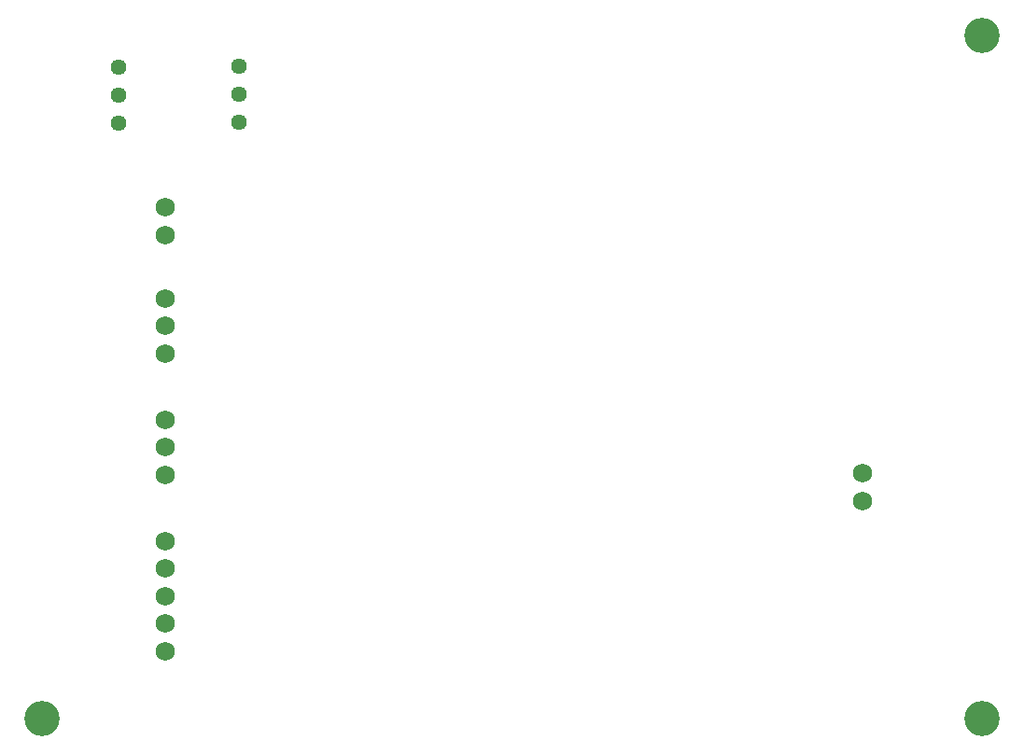
<source format=gbr>
%TF.GenerationSoftware,KiCad,Pcbnew,9.0.0*%
%TF.CreationDate,2025-10-06T07:12:43-05:00*%
%TF.ProjectId,BPSD-2025,42505344-2d32-4303-9235-2e6b69636164,rev?*%
%TF.SameCoordinates,Original*%
%TF.FileFunction,Soldermask,Bot*%
%TF.FilePolarity,Negative*%
%FSLAX46Y46*%
G04 Gerber Fmt 4.6, Leading zero omitted, Abs format (unit mm)*
G04 Created by KiCad (PCBNEW 9.0.0) date 2025-10-06 07:12:43*
%MOMM*%
%LPD*%
G01*
G04 APERTURE LIST*
%ADD10C,1.752600*%
%ADD11C,1.440000*%
%ADD12C,3.200000*%
G04 APERTURE END LIST*
D10*
%TO.C,J4*%
X112210606Y-124891600D03*
X112210606Y-122391600D03*
X112210606Y-119891600D03*
X112210606Y-117391600D03*
X112210606Y-114891600D03*
%TD*%
D11*
%TO.C,RV7*%
X118902500Y-71845000D03*
X118902500Y-74385000D03*
X118902500Y-76925000D03*
%TD*%
D12*
%TO.C,*%
X186250000Y-69000000D03*
%TD*%
D10*
%TO.C,J5*%
X175441895Y-108783400D03*
X175441895Y-111283400D03*
%TD*%
%TO.C,J1*%
X112210606Y-108891600D03*
X112210606Y-106391600D03*
X112210606Y-103891600D03*
%TD*%
D12*
%TO.C,*%
X186250000Y-131000000D03*
%TD*%
%TO.C,*%
X101000000Y-131000000D03*
%TD*%
D10*
%TO.C,J3*%
X112210606Y-87141600D03*
X112210606Y-84641600D03*
%TD*%
D11*
%TO.C,RV6*%
X107932500Y-71875000D03*
X107932500Y-74415000D03*
X107932500Y-76955000D03*
%TD*%
D10*
%TO.C,J2*%
X112210606Y-97891600D03*
X112210606Y-95391600D03*
X112210606Y-92891600D03*
%TD*%
M02*

</source>
